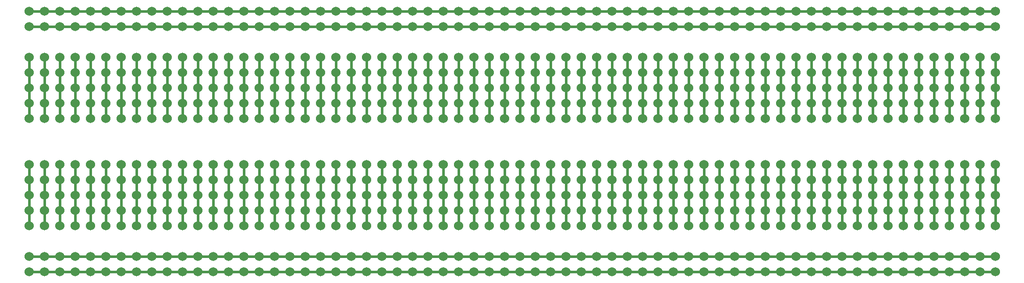
<source format=gbr>
%TF.GenerationSoftware,KiCad,Pcbnew,5.1.9-73d0e3b20d~88~ubuntu20.04.1*%
%TF.CreationDate,2021-01-27T17:20:50-06:00*%
%TF.ProjectId,ProtoPCBs,50726f74-6f50-4434-9273-2e6b69636164,rev?*%
%TF.SameCoordinates,Original*%
%TF.FileFunction,Copper,L1,Top*%
%TF.FilePolarity,Positive*%
%FSLAX46Y46*%
G04 Gerber Fmt 4.6, Leading zero omitted, Abs format (unit mm)*
G04 Created by KiCad (PCBNEW 5.1.9-73d0e3b20d~88~ubuntu20.04.1) date 2021-01-27 17:20:50*
%MOMM*%
%LPD*%
G01*
G04 APERTURE LIST*
%TA.AperFunction,ComponentPad*%
%ADD10C,1.524000*%
%TD*%
%TA.AperFunction,Conductor*%
%ADD11C,0.406400*%
%TD*%
G04 APERTURE END LIST*
D10*
%TO.P,REF\u002A\u002A,1*%
%TO.N,N/C*%
X71120000Y-58420000D03*
X228600000Y-60960000D03*
X226060000Y-60960000D03*
X223520000Y-58420000D03*
X208280000Y-58420000D03*
X167640000Y-58420000D03*
X175260000Y-58420000D03*
X180340000Y-58420000D03*
X187960000Y-58420000D03*
X203200000Y-60960000D03*
X210820000Y-60960000D03*
X190500000Y-58420000D03*
X195580000Y-58420000D03*
X165100000Y-58420000D03*
X180340000Y-60960000D03*
X218440000Y-60960000D03*
X220980000Y-60960000D03*
X190500000Y-60960000D03*
X223520000Y-60960000D03*
X231140000Y-60960000D03*
X177800000Y-60960000D03*
X210820000Y-58420000D03*
X195580000Y-60960000D03*
X200660000Y-58420000D03*
X154940000Y-60960000D03*
X198120000Y-58420000D03*
X193040000Y-58420000D03*
X157480000Y-60960000D03*
X81280000Y-60960000D03*
X134620000Y-58420000D03*
X104140000Y-58420000D03*
X152400000Y-58420000D03*
X162560000Y-60960000D03*
X215900000Y-58420000D03*
X185420000Y-58420000D03*
X165100000Y-60960000D03*
X182880000Y-58420000D03*
X152400000Y-60960000D03*
X172720000Y-60960000D03*
X193040000Y-60960000D03*
X177800000Y-58420000D03*
X83820000Y-60960000D03*
X101600000Y-58420000D03*
X71120000Y-60960000D03*
X91440000Y-60960000D03*
X154940000Y-58420000D03*
X205740000Y-58420000D03*
X111760000Y-60960000D03*
X83820000Y-58420000D03*
X99060000Y-60960000D03*
X213360000Y-60960000D03*
X228600000Y-58420000D03*
X162560000Y-58420000D03*
X231140000Y-58420000D03*
X215900000Y-60960000D03*
X220980000Y-58420000D03*
X218440000Y-58420000D03*
X160020000Y-58420000D03*
X175260000Y-60960000D03*
X208280000Y-60960000D03*
X226060000Y-58420000D03*
X182880000Y-60960000D03*
X185420000Y-60960000D03*
X205740000Y-60960000D03*
X203200000Y-58420000D03*
X172720000Y-58420000D03*
X187960000Y-60960000D03*
X157480000Y-58420000D03*
X198120000Y-60960000D03*
X170180000Y-58420000D03*
X170180000Y-60960000D03*
X200660000Y-60960000D03*
X167640000Y-60960000D03*
X213360000Y-58420000D03*
X137160000Y-60960000D03*
X139700000Y-60960000D03*
X109220000Y-60960000D03*
X142240000Y-60960000D03*
X149860000Y-60960000D03*
X96520000Y-60960000D03*
X147320000Y-60960000D03*
X144780000Y-60960000D03*
X142240000Y-58420000D03*
X127000000Y-58420000D03*
X86360000Y-58420000D03*
X93980000Y-58420000D03*
X99060000Y-58420000D03*
X106680000Y-58420000D03*
X121920000Y-60960000D03*
X129540000Y-60960000D03*
X109220000Y-58420000D03*
X132080000Y-60960000D03*
X147320000Y-58420000D03*
X81280000Y-58420000D03*
X114300000Y-58420000D03*
X149860000Y-58420000D03*
X134620000Y-60960000D03*
X139700000Y-58420000D03*
X137160000Y-58420000D03*
X78740000Y-58420000D03*
X93980000Y-60960000D03*
X127000000Y-60960000D03*
X144780000Y-58420000D03*
X101600000Y-60960000D03*
X104140000Y-60960000D03*
X124460000Y-60960000D03*
X121920000Y-58420000D03*
X91440000Y-58420000D03*
X106680000Y-60960000D03*
X76200000Y-58420000D03*
X116840000Y-60960000D03*
X88900000Y-58420000D03*
X88900000Y-60960000D03*
X119380000Y-60960000D03*
X86360000Y-60960000D03*
X132080000Y-58420000D03*
X129540000Y-58420000D03*
X114300000Y-60960000D03*
X119380000Y-58420000D03*
X73660000Y-60960000D03*
X116840000Y-58420000D03*
X111760000Y-58420000D03*
X124460000Y-58420000D03*
X160020000Y-60960000D03*
X96520000Y-58420000D03*
X76200000Y-60960000D03*
X78740000Y-60960000D03*
X73660000Y-58420000D03*
X231140000Y-99060000D03*
X226060000Y-101600000D03*
X226060000Y-99060000D03*
X177800000Y-99060000D03*
X187960000Y-99060000D03*
X175260000Y-99060000D03*
X160020000Y-99060000D03*
X195580000Y-101600000D03*
X160020000Y-101600000D03*
X193040000Y-99060000D03*
X167640000Y-101600000D03*
X198120000Y-101600000D03*
X154940000Y-101600000D03*
X218440000Y-99060000D03*
X231140000Y-101600000D03*
X172720000Y-99060000D03*
X215900000Y-101600000D03*
X213360000Y-99060000D03*
X218440000Y-101600000D03*
X208280000Y-101600000D03*
X167640000Y-99060000D03*
X190500000Y-101600000D03*
X182880000Y-99060000D03*
X182880000Y-101600000D03*
X177800000Y-101600000D03*
X165100000Y-101600000D03*
X157480000Y-101600000D03*
X170180000Y-101600000D03*
X71120000Y-101600000D03*
X142240000Y-99060000D03*
X142240000Y-101600000D03*
X139700000Y-99060000D03*
X139700000Y-101600000D03*
X106680000Y-101600000D03*
X93980000Y-101600000D03*
X152400000Y-101600000D03*
X223520000Y-99060000D03*
X223520000Y-101600000D03*
X220980000Y-99060000D03*
X220980000Y-101600000D03*
X187960000Y-101600000D03*
X175260000Y-101600000D03*
X195580000Y-99060000D03*
X215900000Y-99060000D03*
X190500000Y-99060000D03*
X172720000Y-101600000D03*
X114300000Y-99060000D03*
X134620000Y-99060000D03*
X109220000Y-99060000D03*
X91440000Y-101600000D03*
X162560000Y-101600000D03*
X111760000Y-101600000D03*
X99060000Y-99060000D03*
X99060000Y-101600000D03*
X73660000Y-101600000D03*
X213360000Y-101600000D03*
X228600000Y-101600000D03*
X193040000Y-101600000D03*
X180340000Y-99060000D03*
X180340000Y-101600000D03*
X170180000Y-99060000D03*
X228600000Y-99060000D03*
X154940000Y-99060000D03*
X165100000Y-99060000D03*
X203200000Y-99060000D03*
X203200000Y-101600000D03*
X200660000Y-99060000D03*
X200660000Y-101600000D03*
X162560000Y-99060000D03*
X185420000Y-99060000D03*
X208280000Y-99060000D03*
X81280000Y-99060000D03*
X76200000Y-99060000D03*
X88900000Y-101600000D03*
X104140000Y-99060000D03*
X81280000Y-101600000D03*
X210820000Y-99060000D03*
X205740000Y-101600000D03*
X205740000Y-99060000D03*
X185420000Y-101600000D03*
X198120000Y-99060000D03*
X210820000Y-101600000D03*
X152400000Y-99060000D03*
X137160000Y-99060000D03*
X149860000Y-101600000D03*
X91440000Y-99060000D03*
X134620000Y-101600000D03*
X132080000Y-99060000D03*
X137160000Y-101600000D03*
X127000000Y-101600000D03*
X86360000Y-99060000D03*
X109220000Y-101600000D03*
X101600000Y-99060000D03*
X101600000Y-101600000D03*
X96520000Y-101600000D03*
X149860000Y-99060000D03*
X144780000Y-101600000D03*
X144780000Y-99060000D03*
X96520000Y-99060000D03*
X106680000Y-99060000D03*
X93980000Y-99060000D03*
X78740000Y-99060000D03*
X114300000Y-101600000D03*
X78740000Y-101600000D03*
X111760000Y-99060000D03*
X86360000Y-101600000D03*
X157480000Y-99060000D03*
X132080000Y-101600000D03*
X147320000Y-101600000D03*
X116840000Y-101600000D03*
X88900000Y-99060000D03*
X147320000Y-99060000D03*
X73660000Y-99060000D03*
X83820000Y-99060000D03*
X121920000Y-99060000D03*
X121920000Y-101600000D03*
X119380000Y-99060000D03*
X119380000Y-101600000D03*
X129540000Y-99060000D03*
X124460000Y-101600000D03*
X124460000Y-99060000D03*
X104140000Y-101600000D03*
X116840000Y-99060000D03*
X129540000Y-101600000D03*
X71120000Y-99060000D03*
X127000000Y-99060000D03*
X83820000Y-101600000D03*
X76200000Y-101600000D03*
X71120000Y-83820000D03*
X228600000Y-86360000D03*
X226060000Y-86360000D03*
X223520000Y-83820000D03*
X231140000Y-91440000D03*
X226060000Y-93980000D03*
X226060000Y-91440000D03*
X208280000Y-83820000D03*
X195580000Y-88900000D03*
X160020000Y-88900000D03*
X167640000Y-83820000D03*
X175260000Y-83820000D03*
X177800000Y-91440000D03*
X177800000Y-88900000D03*
X187960000Y-91440000D03*
X180340000Y-83820000D03*
X175260000Y-91440000D03*
X160020000Y-91440000D03*
X180340000Y-88900000D03*
X187960000Y-83820000D03*
X195580000Y-93980000D03*
X193040000Y-88900000D03*
X160020000Y-93980000D03*
X203200000Y-86360000D03*
X193040000Y-91440000D03*
X210820000Y-86360000D03*
X175260000Y-88900000D03*
X190500000Y-83820000D03*
X167640000Y-93980000D03*
X198120000Y-93980000D03*
X195580000Y-83820000D03*
X165100000Y-83820000D03*
X180340000Y-86360000D03*
X154940000Y-93980000D03*
X157480000Y-88900000D03*
X218440000Y-91440000D03*
X218440000Y-88900000D03*
X218440000Y-86360000D03*
X231140000Y-93980000D03*
X220980000Y-86360000D03*
X226060000Y-88900000D03*
X185420000Y-88900000D03*
X172720000Y-91440000D03*
X190500000Y-86360000D03*
X215900000Y-93980000D03*
X213360000Y-88900000D03*
X223520000Y-86360000D03*
X213360000Y-91440000D03*
X231140000Y-86360000D03*
X218440000Y-93980000D03*
X208280000Y-93980000D03*
X177800000Y-86360000D03*
X167640000Y-91440000D03*
X190500000Y-93980000D03*
X182880000Y-91440000D03*
X182880000Y-93980000D03*
X177800000Y-93980000D03*
X162560000Y-88900000D03*
X210820000Y-83820000D03*
X195580000Y-86360000D03*
X208280000Y-91440000D03*
X200660000Y-83820000D03*
X182880000Y-88900000D03*
X165100000Y-93980000D03*
X165100000Y-88900000D03*
X154940000Y-86360000D03*
X157480000Y-93980000D03*
X170180000Y-93980000D03*
X198120000Y-83820000D03*
X193040000Y-83820000D03*
X157480000Y-86360000D03*
X71120000Y-93980000D03*
X81280000Y-86360000D03*
X134620000Y-83820000D03*
X142240000Y-91440000D03*
X142240000Y-93980000D03*
X139700000Y-91440000D03*
X139700000Y-93980000D03*
X106680000Y-93980000D03*
X106680000Y-88900000D03*
X104140000Y-83820000D03*
X93980000Y-93980000D03*
X152400000Y-83820000D03*
X152400000Y-93980000D03*
X162560000Y-86360000D03*
X215900000Y-83820000D03*
X223520000Y-91440000D03*
X223520000Y-93980000D03*
X220980000Y-91440000D03*
X220980000Y-93980000D03*
X187960000Y-93980000D03*
X187960000Y-88900000D03*
X185420000Y-83820000D03*
X175260000Y-93980000D03*
X195580000Y-91440000D03*
X200660000Y-88900000D03*
X215900000Y-91440000D03*
X220980000Y-88900000D03*
X223520000Y-88900000D03*
X203200000Y-88900000D03*
X165100000Y-86360000D03*
X172720000Y-88900000D03*
X210820000Y-88900000D03*
X182880000Y-83820000D03*
X190500000Y-91440000D03*
X152400000Y-86360000D03*
X172720000Y-86360000D03*
X172720000Y-93980000D03*
X193040000Y-86360000D03*
X114300000Y-91440000D03*
X119380000Y-88900000D03*
X170180000Y-88900000D03*
X177800000Y-83820000D03*
X134620000Y-91440000D03*
X139700000Y-88900000D03*
X142240000Y-88900000D03*
X152400000Y-88900000D03*
X121920000Y-88900000D03*
X83820000Y-86360000D03*
X91440000Y-88900000D03*
X129540000Y-88900000D03*
X101600000Y-83820000D03*
X109220000Y-91440000D03*
X71120000Y-86360000D03*
X91440000Y-86360000D03*
X154940000Y-83820000D03*
X91440000Y-93980000D03*
X205740000Y-83820000D03*
X162560000Y-93980000D03*
X111760000Y-86360000D03*
X111760000Y-93980000D03*
X99060000Y-91440000D03*
X99060000Y-93980000D03*
X83820000Y-83820000D03*
X99060000Y-86360000D03*
X73660000Y-93980000D03*
X76200000Y-88900000D03*
X167640000Y-88900000D03*
X231140000Y-88900000D03*
X213360000Y-86360000D03*
X213360000Y-93980000D03*
X228600000Y-93980000D03*
X228600000Y-83820000D03*
X215900000Y-88900000D03*
X162560000Y-83820000D03*
X193040000Y-93980000D03*
X180340000Y-91440000D03*
X180340000Y-93980000D03*
X170180000Y-91440000D03*
X231140000Y-83820000D03*
X215900000Y-86360000D03*
X228600000Y-91440000D03*
X220980000Y-83820000D03*
X218440000Y-83820000D03*
X160020000Y-83820000D03*
X175260000Y-86360000D03*
X154940000Y-91440000D03*
X165100000Y-91440000D03*
X203200000Y-91440000D03*
X203200000Y-93980000D03*
X200660000Y-91440000D03*
X200660000Y-93980000D03*
X208280000Y-86360000D03*
X226060000Y-83820000D03*
X162560000Y-91440000D03*
X208280000Y-88900000D03*
X185420000Y-91440000D03*
X182880000Y-86360000D03*
X185420000Y-86360000D03*
X205740000Y-86360000D03*
X203200000Y-83820000D03*
X210820000Y-91440000D03*
X205740000Y-93980000D03*
X205740000Y-91440000D03*
X172720000Y-83820000D03*
X187960000Y-86360000D03*
X185420000Y-93980000D03*
X157480000Y-83820000D03*
X198120000Y-91440000D03*
X198120000Y-88900000D03*
X198120000Y-86360000D03*
X210820000Y-93980000D03*
X154940000Y-88900000D03*
X170180000Y-83820000D03*
X152400000Y-91440000D03*
X170180000Y-86360000D03*
X200660000Y-86360000D03*
X205740000Y-88900000D03*
X190500000Y-88900000D03*
X167640000Y-86360000D03*
X213360000Y-83820000D03*
X228600000Y-88900000D03*
X137160000Y-91440000D03*
X137160000Y-88900000D03*
X137160000Y-86360000D03*
X149860000Y-93980000D03*
X139700000Y-86360000D03*
X144780000Y-88900000D03*
X104140000Y-88900000D03*
X91440000Y-91440000D03*
X109220000Y-86360000D03*
X134620000Y-93980000D03*
X132080000Y-88900000D03*
X142240000Y-86360000D03*
X132080000Y-91440000D03*
X149860000Y-86360000D03*
X137160000Y-93980000D03*
X127000000Y-93980000D03*
X96520000Y-86360000D03*
X86360000Y-91440000D03*
X109220000Y-93980000D03*
X101600000Y-91440000D03*
X101600000Y-93980000D03*
X96520000Y-93980000D03*
X81280000Y-88900000D03*
X147320000Y-86360000D03*
X144780000Y-86360000D03*
X142240000Y-83820000D03*
X149860000Y-91440000D03*
X144780000Y-93980000D03*
X144780000Y-91440000D03*
X127000000Y-83820000D03*
X114300000Y-88900000D03*
X78740000Y-88900000D03*
X86360000Y-83820000D03*
X93980000Y-83820000D03*
X96520000Y-91440000D03*
X96520000Y-88900000D03*
X106680000Y-91440000D03*
X99060000Y-83820000D03*
X93980000Y-91440000D03*
X78740000Y-91440000D03*
X99060000Y-88900000D03*
X106680000Y-83820000D03*
X114300000Y-93980000D03*
X111760000Y-88900000D03*
X78740000Y-93980000D03*
X121920000Y-86360000D03*
X111760000Y-91440000D03*
X129540000Y-86360000D03*
X93980000Y-88900000D03*
X109220000Y-83820000D03*
X86360000Y-93980000D03*
X157480000Y-91440000D03*
X86360000Y-88900000D03*
X149860000Y-88900000D03*
X132080000Y-86360000D03*
X132080000Y-93980000D03*
X147320000Y-93980000D03*
X147320000Y-83820000D03*
X134620000Y-88900000D03*
X81280000Y-83820000D03*
X116840000Y-93980000D03*
X114300000Y-83820000D03*
X88900000Y-91440000D03*
X149860000Y-83820000D03*
X134620000Y-86360000D03*
X147320000Y-91440000D03*
X139700000Y-83820000D03*
X137160000Y-83820000D03*
X78740000Y-83820000D03*
X93980000Y-86360000D03*
X73660000Y-91440000D03*
X83820000Y-91440000D03*
X121920000Y-91440000D03*
X121920000Y-93980000D03*
X119380000Y-91440000D03*
X119380000Y-93980000D03*
X127000000Y-86360000D03*
X144780000Y-83820000D03*
X101600000Y-86360000D03*
X104140000Y-86360000D03*
X124460000Y-86360000D03*
X121920000Y-83820000D03*
X129540000Y-91440000D03*
X124460000Y-93980000D03*
X124460000Y-91440000D03*
X91440000Y-83820000D03*
X106680000Y-86360000D03*
X104140000Y-93980000D03*
X76200000Y-83820000D03*
X116840000Y-91440000D03*
X116840000Y-88900000D03*
X116840000Y-86360000D03*
X129540000Y-93980000D03*
X73660000Y-88900000D03*
X88900000Y-83820000D03*
X71120000Y-91440000D03*
X88900000Y-86360000D03*
X119380000Y-86360000D03*
X124460000Y-88900000D03*
X109220000Y-88900000D03*
X86360000Y-86360000D03*
X132080000Y-83820000D03*
X147320000Y-88900000D03*
X129540000Y-83820000D03*
X114300000Y-86360000D03*
X127000000Y-91440000D03*
X119380000Y-83820000D03*
X101600000Y-88900000D03*
X83820000Y-93980000D03*
X83820000Y-88900000D03*
X73660000Y-86360000D03*
X76200000Y-93980000D03*
X88900000Y-93980000D03*
X116840000Y-83820000D03*
X111760000Y-83820000D03*
X127000000Y-88900000D03*
X124460000Y-83820000D03*
X160020000Y-86360000D03*
X88900000Y-88900000D03*
X104140000Y-91440000D03*
X96520000Y-83820000D03*
X81280000Y-93980000D03*
X71120000Y-88900000D03*
X76200000Y-86360000D03*
X78740000Y-86360000D03*
X73660000Y-83820000D03*
X76200000Y-91440000D03*
X81280000Y-91440000D03*
X152400000Y-66040000D03*
X152400000Y-76200000D03*
X162560000Y-68580000D03*
X215900000Y-66040000D03*
X223520000Y-73660000D03*
X223520000Y-76200000D03*
X220980000Y-73660000D03*
X220980000Y-76200000D03*
X187960000Y-76200000D03*
X187960000Y-71120000D03*
X185420000Y-66040000D03*
X175260000Y-76200000D03*
X195580000Y-73660000D03*
X200660000Y-71120000D03*
X215900000Y-73660000D03*
X220980000Y-71120000D03*
X223520000Y-71120000D03*
X203200000Y-71120000D03*
X165100000Y-68580000D03*
X172720000Y-71120000D03*
X210820000Y-71120000D03*
X182880000Y-66040000D03*
X190500000Y-73660000D03*
X152400000Y-68580000D03*
X172720000Y-68580000D03*
X172720000Y-76200000D03*
X193040000Y-68580000D03*
X193040000Y-76200000D03*
X180340000Y-73660000D03*
X180340000Y-76200000D03*
X165100000Y-66040000D03*
X180340000Y-68580000D03*
X154940000Y-76200000D03*
X157480000Y-71120000D03*
X218440000Y-73660000D03*
X218440000Y-71120000D03*
X218440000Y-68580000D03*
X231140000Y-76200000D03*
X220980000Y-68580000D03*
X226060000Y-71120000D03*
X185420000Y-71120000D03*
X172720000Y-73660000D03*
X190500000Y-68580000D03*
X215900000Y-76200000D03*
X213360000Y-71120000D03*
X223520000Y-68580000D03*
X213360000Y-73660000D03*
X231140000Y-68580000D03*
X218440000Y-76200000D03*
X208280000Y-76200000D03*
X177800000Y-68580000D03*
X167640000Y-73660000D03*
X190500000Y-76200000D03*
X182880000Y-73660000D03*
X182880000Y-76200000D03*
X177800000Y-76200000D03*
X162560000Y-71120000D03*
X228600000Y-68580000D03*
X226060000Y-68580000D03*
X223520000Y-66040000D03*
X231140000Y-73660000D03*
X226060000Y-76200000D03*
X226060000Y-73660000D03*
X208280000Y-66040000D03*
X195580000Y-71120000D03*
X160020000Y-71120000D03*
X167640000Y-66040000D03*
X175260000Y-66040000D03*
X177800000Y-73660000D03*
X177800000Y-71120000D03*
X187960000Y-73660000D03*
X180340000Y-66040000D03*
X175260000Y-73660000D03*
X160020000Y-73660000D03*
X180340000Y-71120000D03*
X187960000Y-66040000D03*
X195580000Y-76200000D03*
X193040000Y-71120000D03*
X160020000Y-76200000D03*
X203200000Y-68580000D03*
X193040000Y-73660000D03*
X210820000Y-68580000D03*
X175260000Y-71120000D03*
X190500000Y-66040000D03*
X167640000Y-76200000D03*
X167640000Y-71120000D03*
X231140000Y-71120000D03*
X213360000Y-68580000D03*
X213360000Y-76200000D03*
X228600000Y-76200000D03*
X228600000Y-66040000D03*
X215900000Y-71120000D03*
X162560000Y-66040000D03*
X198120000Y-76200000D03*
X195580000Y-66040000D03*
X170180000Y-73660000D03*
X231140000Y-66040000D03*
X215900000Y-68580000D03*
X228600000Y-73660000D03*
X220980000Y-66040000D03*
X218440000Y-66040000D03*
X160020000Y-66040000D03*
X175260000Y-68580000D03*
X154940000Y-73660000D03*
X165100000Y-73660000D03*
X203200000Y-73660000D03*
X203200000Y-76200000D03*
X200660000Y-73660000D03*
X200660000Y-76200000D03*
X208280000Y-68580000D03*
X226060000Y-66040000D03*
X182880000Y-68580000D03*
X185420000Y-68580000D03*
X205740000Y-68580000D03*
X203200000Y-66040000D03*
X210820000Y-73660000D03*
X205740000Y-76200000D03*
X205740000Y-73660000D03*
X172720000Y-66040000D03*
X187960000Y-68580000D03*
X185420000Y-76200000D03*
X157480000Y-66040000D03*
X198120000Y-73660000D03*
X198120000Y-71120000D03*
X198120000Y-68580000D03*
X210820000Y-76200000D03*
X154940000Y-71120000D03*
X170180000Y-66040000D03*
X152400000Y-73660000D03*
X170180000Y-68580000D03*
X200660000Y-68580000D03*
X205740000Y-71120000D03*
X190500000Y-71120000D03*
X167640000Y-68580000D03*
X213360000Y-66040000D03*
X228600000Y-71120000D03*
X210820000Y-66040000D03*
X195580000Y-68580000D03*
X208280000Y-73660000D03*
X200660000Y-66040000D03*
X182880000Y-71120000D03*
X165100000Y-76200000D03*
X165100000Y-71120000D03*
X154940000Y-68580000D03*
X157480000Y-76200000D03*
X170180000Y-76200000D03*
X198120000Y-66040000D03*
X193040000Y-66040000D03*
X208280000Y-71120000D03*
X205740000Y-66040000D03*
X170180000Y-71120000D03*
X185420000Y-73660000D03*
X177800000Y-66040000D03*
X162560000Y-76200000D03*
X152400000Y-71120000D03*
X157480000Y-68580000D03*
X160020000Y-68580000D03*
X154940000Y-66040000D03*
X157480000Y-73660000D03*
X162560000Y-73660000D03*
X134620000Y-73660000D03*
X139700000Y-71120000D03*
X142240000Y-71120000D03*
X149860000Y-71120000D03*
X132080000Y-68580000D03*
X132080000Y-76200000D03*
X147320000Y-76200000D03*
X147320000Y-66040000D03*
X134620000Y-71120000D03*
X134620000Y-76200000D03*
X132080000Y-71120000D03*
X142240000Y-68580000D03*
X132080000Y-73660000D03*
X149860000Y-68580000D03*
X137160000Y-76200000D03*
X134620000Y-66040000D03*
X142240000Y-73660000D03*
X142240000Y-76200000D03*
X139700000Y-73660000D03*
X139700000Y-76200000D03*
X147320000Y-68580000D03*
X144780000Y-68580000D03*
X142240000Y-66040000D03*
X149860000Y-73660000D03*
X144780000Y-76200000D03*
X144780000Y-73660000D03*
X137160000Y-73660000D03*
X137160000Y-71120000D03*
X137160000Y-68580000D03*
X149860000Y-76200000D03*
X139700000Y-68580000D03*
X144780000Y-71120000D03*
X149860000Y-66040000D03*
X134620000Y-68580000D03*
X147320000Y-73660000D03*
X139700000Y-66040000D03*
X137160000Y-66040000D03*
X132080000Y-66040000D03*
X147320000Y-71120000D03*
X144780000Y-66040000D03*
X127000000Y-76200000D03*
X127000000Y-71120000D03*
X124460000Y-66040000D03*
X114300000Y-76200000D03*
X111760000Y-71120000D03*
X121920000Y-66040000D03*
X129540000Y-73660000D03*
X111760000Y-68580000D03*
X111760000Y-76200000D03*
X119380000Y-73660000D03*
X119380000Y-76200000D03*
X119380000Y-68580000D03*
X124460000Y-71120000D03*
X111760000Y-73660000D03*
X129540000Y-68580000D03*
X116840000Y-68580000D03*
X129540000Y-76200000D03*
X121920000Y-73660000D03*
X121920000Y-76200000D03*
X116840000Y-76200000D03*
X114300000Y-66040000D03*
X116840000Y-73660000D03*
X116840000Y-71120000D03*
X127000000Y-73660000D03*
X119380000Y-66040000D03*
X114300000Y-73660000D03*
X119380000Y-71120000D03*
X127000000Y-66040000D03*
X114300000Y-71120000D03*
X129540000Y-66040000D03*
X114300000Y-68580000D03*
X121920000Y-68580000D03*
X124460000Y-68580000D03*
X111760000Y-66040000D03*
X127000000Y-68580000D03*
X124460000Y-76200000D03*
X129540000Y-71120000D03*
X121920000Y-71120000D03*
X124460000Y-73660000D03*
X116840000Y-66040000D03*
X91440000Y-66040000D03*
X91440000Y-76200000D03*
X101600000Y-68580000D03*
X104140000Y-68580000D03*
X91440000Y-68580000D03*
X104140000Y-66040000D03*
X93980000Y-76200000D03*
X96520000Y-71120000D03*
X106680000Y-73660000D03*
X101600000Y-71120000D03*
X99060000Y-71120000D03*
X106680000Y-66040000D03*
X99060000Y-73660000D03*
X99060000Y-76200000D03*
X106680000Y-76200000D03*
X106680000Y-71120000D03*
X101600000Y-66040000D03*
X109220000Y-73660000D03*
X99060000Y-66040000D03*
X93980000Y-73660000D03*
X104140000Y-73660000D03*
X96520000Y-66040000D03*
X93980000Y-71120000D03*
X109220000Y-66040000D03*
X91440000Y-73660000D03*
X109220000Y-68580000D03*
X106680000Y-68580000D03*
X104140000Y-76200000D03*
X104140000Y-71120000D03*
X93980000Y-68580000D03*
X96520000Y-76200000D03*
X109220000Y-76200000D03*
X109220000Y-71120000D03*
X101600000Y-76200000D03*
X91440000Y-71120000D03*
X96520000Y-68580000D03*
X99060000Y-68580000D03*
X93980000Y-66040000D03*
X96520000Y-73660000D03*
X101600000Y-73660000D03*
X88900000Y-73660000D03*
X88900000Y-66040000D03*
X88900000Y-76200000D03*
X88900000Y-71120000D03*
X88900000Y-68580000D03*
X86360000Y-68580000D03*
X86360000Y-66040000D03*
X86360000Y-73660000D03*
X86360000Y-76200000D03*
X86360000Y-71120000D03*
X83820000Y-68580000D03*
X83820000Y-71120000D03*
X83820000Y-66040000D03*
X83820000Y-76200000D03*
X83820000Y-73660000D03*
X81280000Y-71120000D03*
X81280000Y-73660000D03*
X81280000Y-76200000D03*
X81280000Y-66040000D03*
X81280000Y-68580000D03*
X78740000Y-71120000D03*
X78740000Y-66040000D03*
X78740000Y-76200000D03*
X78740000Y-68580000D03*
X78740000Y-73660000D03*
X76200000Y-76200000D03*
X76200000Y-73660000D03*
X76200000Y-71120000D03*
X76200000Y-68580000D03*
X76200000Y-66040000D03*
X73660000Y-66040000D03*
X73660000Y-76200000D03*
X73660000Y-68580000D03*
X73660000Y-73660000D03*
X73660000Y-71120000D03*
X71120000Y-76200000D03*
X71120000Y-73660000D03*
X71120000Y-71120000D03*
X71120000Y-68580000D03*
X71120000Y-66040000D03*
%TD*%
D11*
%TO.N,*%
X71120000Y-66040000D02*
X71120000Y-76200000D01*
X73660000Y-66040000D02*
X73660000Y-76200000D01*
X76200000Y-66040000D02*
X76200000Y-76200000D01*
X78740000Y-66040000D02*
X78740000Y-76200000D01*
X81280000Y-66040000D02*
X81280000Y-76200000D01*
X83820000Y-66040000D02*
X83820000Y-76200000D01*
X86360000Y-66040000D02*
X86360000Y-76200000D01*
X88900000Y-66040000D02*
X88900000Y-76200000D01*
X104140000Y-66040000D02*
X104140000Y-76200000D01*
X93980000Y-66040000D02*
X93980000Y-76200000D01*
X99060000Y-66040000D02*
X99060000Y-76200000D01*
X91440000Y-66040000D02*
X91440000Y-76200000D01*
X106680000Y-66040000D02*
X106680000Y-76200000D01*
X96520000Y-66040000D02*
X96520000Y-76200000D01*
X109220000Y-66040000D02*
X109220000Y-76200000D01*
X101600000Y-66040000D02*
X101600000Y-76200000D01*
X127000000Y-66040000D02*
X127000000Y-76200000D01*
X114300000Y-66040000D02*
X114300000Y-76200000D01*
X124460000Y-66040000D02*
X124460000Y-76200000D01*
X111760000Y-66040000D02*
X111760000Y-76200000D01*
X129540000Y-66040000D02*
X129540000Y-76200000D01*
X116840000Y-66040000D02*
X116840000Y-76200000D01*
X121920000Y-66040000D02*
X121920000Y-76200000D01*
X119380000Y-66040000D02*
X119380000Y-76200000D01*
X132080000Y-66040000D02*
X132080000Y-76200000D01*
X149860000Y-66040000D02*
X149860000Y-76200000D01*
X137160000Y-66040000D02*
X137160000Y-76200000D01*
X144780000Y-66040000D02*
X144780000Y-76200000D01*
X147320000Y-66040000D02*
X147320000Y-76200000D01*
X134620000Y-66040000D02*
X134620000Y-76200000D01*
X139700000Y-66040000D02*
X139700000Y-76200000D01*
X142240000Y-66040000D02*
X142240000Y-76200000D01*
X167640000Y-66040000D02*
X167640000Y-76200000D01*
X160020000Y-66040000D02*
X160020000Y-76200000D01*
X170180000Y-66040000D02*
X170180000Y-76200000D01*
X165100000Y-66040000D02*
X165100000Y-76200000D01*
X157480000Y-66040000D02*
X157480000Y-76200000D01*
X154940000Y-66040000D02*
X154940000Y-76200000D01*
X162560000Y-66040000D02*
X162560000Y-76200000D01*
X152400000Y-66040000D02*
X152400000Y-76200000D01*
X177800000Y-66040000D02*
X177800000Y-76200000D01*
X180340000Y-66040000D02*
X180340000Y-76200000D01*
X187960000Y-66040000D02*
X187960000Y-76200000D01*
X172720000Y-66040000D02*
X172720000Y-76200000D01*
X190500000Y-66040000D02*
X190500000Y-76200000D01*
X182880000Y-66040000D02*
X182880000Y-76200000D01*
X185420000Y-66040000D02*
X185420000Y-76200000D01*
X175260000Y-66040000D02*
X175260000Y-76200000D01*
X203200000Y-66040000D02*
X203200000Y-76200000D01*
X193040000Y-66040000D02*
X193040000Y-76200000D01*
X200660000Y-66040000D02*
X200660000Y-76200000D01*
X205740000Y-66040000D02*
X205740000Y-76200000D01*
X195580000Y-66040000D02*
X195580000Y-76200000D01*
X208280000Y-66040000D02*
X208280000Y-76200000D01*
X198120000Y-66040000D02*
X198120000Y-76200000D01*
X210820000Y-66040000D02*
X210820000Y-76200000D01*
X215900000Y-66040000D02*
X215900000Y-76200000D01*
X218440000Y-66040000D02*
X218440000Y-76200000D01*
X220980000Y-66040000D02*
X220980000Y-76200000D01*
X228600000Y-66040000D02*
X228600000Y-76200000D01*
X223520000Y-66040000D02*
X223520000Y-76200000D01*
X213360000Y-66040000D02*
X213360000Y-76200000D01*
X231140000Y-66040000D02*
X231140000Y-76200000D01*
X226060000Y-66040000D02*
X226060000Y-76200000D01*
X147320000Y-83820000D02*
X147320000Y-93980000D01*
X157480000Y-83820000D02*
X157480000Y-93980000D01*
X195580000Y-83820000D02*
X195580000Y-93980000D01*
X111760000Y-83820000D02*
X111760000Y-93980000D01*
X213360000Y-83820000D02*
X213360000Y-93980000D01*
X139700000Y-83820000D02*
X139700000Y-93980000D01*
X182880000Y-83820000D02*
X182880000Y-93980000D01*
X83820000Y-83820000D02*
X83820000Y-93980000D01*
X149860000Y-83820000D02*
X149860000Y-93980000D01*
X73660000Y-83820000D02*
X73660000Y-93980000D01*
X172720000Y-83820000D02*
X172720000Y-93980000D01*
X220980000Y-83820000D02*
X220980000Y-93980000D01*
X78740000Y-83820000D02*
X78740000Y-93980000D01*
X180340000Y-83820000D02*
X180340000Y-93980000D01*
X160020000Y-83820000D02*
X160020000Y-93980000D01*
X106680000Y-83820000D02*
X106680000Y-93980000D01*
X93980000Y-83820000D02*
X93980000Y-93980000D01*
X129540000Y-83820000D02*
X129540000Y-93980000D01*
X228600000Y-83820000D02*
X228600000Y-93980000D01*
X104140000Y-83820000D02*
X104140000Y-93980000D01*
X116840000Y-83820000D02*
X116840000Y-93980000D01*
X124460000Y-83820000D02*
X124460000Y-93980000D01*
X167640000Y-83820000D02*
X167640000Y-93980000D01*
X198120000Y-83820000D02*
X198120000Y-93980000D01*
X91440000Y-83820000D02*
X91440000Y-93980000D01*
X218440000Y-83820000D02*
X218440000Y-93980000D01*
X200660000Y-83820000D02*
X200660000Y-93980000D01*
X208280000Y-83820000D02*
X208280000Y-93980000D01*
X185420000Y-83820000D02*
X185420000Y-93980000D01*
X127000000Y-83820000D02*
X127000000Y-93980000D01*
X114300000Y-83820000D02*
X114300000Y-93980000D01*
X175260000Y-83820000D02*
X175260000Y-93980000D01*
X152400000Y-83820000D02*
X152400000Y-93980000D01*
X71120000Y-83820000D02*
X71120000Y-93980000D01*
X144780000Y-83820000D02*
X144780000Y-93980000D01*
X187960000Y-83820000D02*
X187960000Y-93980000D01*
X170180000Y-83820000D02*
X170180000Y-93980000D01*
X203200000Y-83820000D02*
X203200000Y-93980000D01*
X177800000Y-83820000D02*
X177800000Y-93980000D01*
X162560000Y-83820000D02*
X162560000Y-93980000D01*
X86360000Y-83820000D02*
X86360000Y-93980000D01*
X137160000Y-83820000D02*
X137160000Y-93980000D01*
X231140000Y-83820000D02*
X231140000Y-93980000D01*
X134620000Y-83820000D02*
X134620000Y-93980000D01*
X119380000Y-83820000D02*
X119380000Y-93980000D01*
X190500000Y-83820000D02*
X190500000Y-93980000D01*
X165100000Y-83820000D02*
X165100000Y-93980000D01*
X226060000Y-83820000D02*
X226060000Y-93980000D01*
X193040000Y-83820000D02*
X193040000Y-93980000D01*
X210820000Y-83820000D02*
X210820000Y-93980000D01*
X109220000Y-83820000D02*
X109220000Y-93980000D01*
X96520000Y-83820000D02*
X96520000Y-93980000D01*
X121920000Y-83820000D02*
X121920000Y-93980000D01*
X76200000Y-83820000D02*
X76200000Y-93980000D01*
X142240000Y-83820000D02*
X142240000Y-93980000D01*
X132080000Y-83820000D02*
X132080000Y-93980000D01*
X205740000Y-83820000D02*
X205740000Y-93980000D01*
X101600000Y-83820000D02*
X101600000Y-93980000D01*
X154940000Y-83820000D02*
X154940000Y-93980000D01*
X88900000Y-83820000D02*
X88900000Y-93980000D01*
X223520000Y-83820000D02*
X223520000Y-93980000D01*
X215900000Y-83820000D02*
X215900000Y-93980000D01*
X99060000Y-83820000D02*
X99060000Y-93980000D01*
X81280000Y-83820000D02*
X81280000Y-93980000D01*
X71120000Y-58420000D02*
X231140000Y-58420000D01*
X71120000Y-60960000D02*
X231140000Y-60960000D01*
X71120000Y-99060000D02*
X231140000Y-99060000D01*
X71120000Y-101600000D02*
X231140000Y-101600000D01*
%TD*%
M02*

</source>
